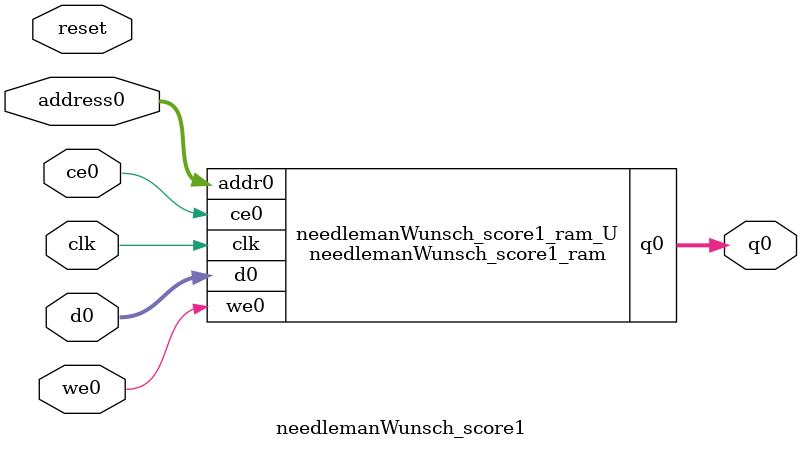
<source format=v>

`timescale 1 ns / 1 ps
module needlemanWunsch_score1_ram (addr0, ce0, d0, we0, q0,  clk);

parameter DWIDTH = 8;
parameter AWIDTH = 7;
parameter MEM_SIZE = 100;

input[AWIDTH-1:0] addr0;
input ce0;
input[DWIDTH-1:0] d0;
input we0;
output reg[DWIDTH-1:0] q0;
input clk;

(* ram_style = "distributed" *)reg [DWIDTH-1:0] ram[MEM_SIZE-1:0];




always @(posedge clk)  
begin 
    if (ce0) 
    begin
        if (we0) 
        begin 
            ram[addr0] <= d0; 
            q0 <= d0;
        end 
        else 
            q0 <= ram[addr0];
    end
end


endmodule


`timescale 1 ns / 1 ps
module needlemanWunsch_score1(
    reset,
    clk,
    address0,
    ce0,
    we0,
    d0,
    q0);

parameter DataWidth = 32'd8;
parameter AddressRange = 32'd100;
parameter AddressWidth = 32'd7;
input reset;
input clk;
input[AddressWidth - 1:0] address0;
input ce0;
input we0;
input[DataWidth - 1:0] d0;
output[DataWidth - 1:0] q0;



needlemanWunsch_score1_ram needlemanWunsch_score1_ram_U(
    .clk( clk ),
    .addr0( address0 ),
    .ce0( ce0 ),
    .d0( d0 ),
    .we0( we0 ),
    .q0( q0 ));

endmodule


</source>
